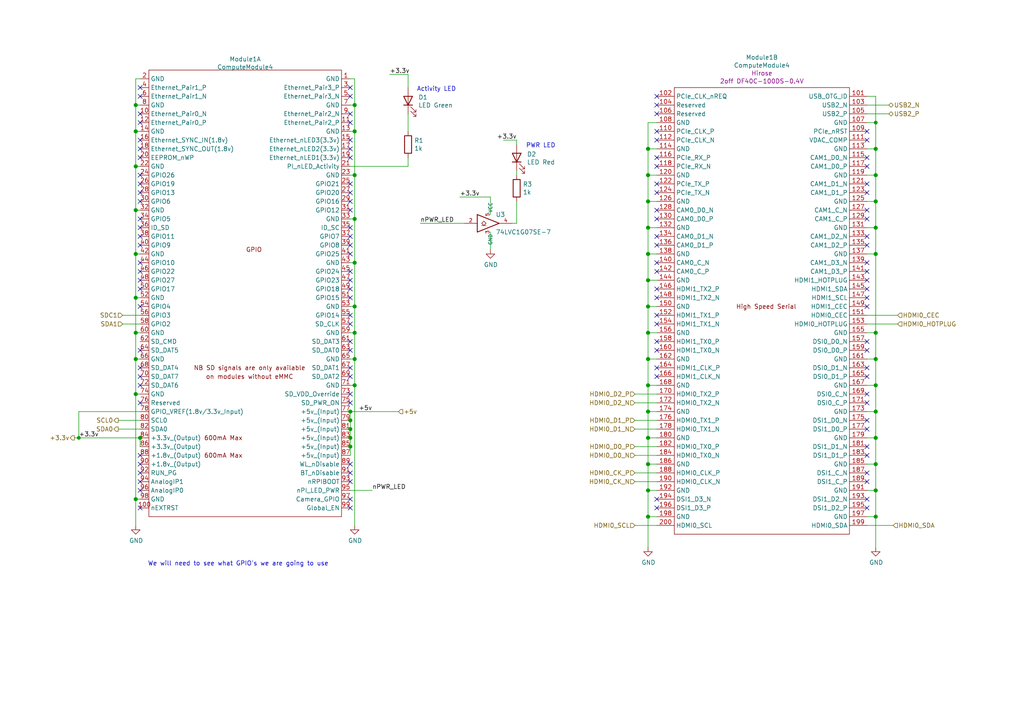
<source format=kicad_sch>
(kicad_sch (version 20231120) (generator "eeschema") (generator_version "8.0")
  (paper "A4")
  (title_block (title "The Brains of the operation") (date "2024-08-17") (rev "V1"))
  (lib_symbols
    (symbol "CM4IO:74LVC1G07_copy"
      (property "Reference" "U" (at -2.54 3.81 0))
      (property "Value" "74LVC1G07_copy" (at 0 -3.81 0))
      (symbol "74LVC1G07_copy_0_1"
        (polyline (pts (xy -2.54 -0.635) (xy -1.27 -0.635)))
        (polyline (pts (xy -3.81 2.54) (xy -3.81 -2.54) (xy 2.54 0) (xy -3.81 2.54)) (stroke (width 0.254)))
        (polyline (pts (xy -1.905 0.635) (xy -2.54 0) (xy -1.905 -0.635) (xy -1.27 0) (xy -1.905 0.635)))
      )
      (symbol "74LVC1G07_copy_1_1"
        (pin input line (at -7.62 0 0) (length 3.81) (name "~") (number "2"))
        (pin power_in line (at 0 -2.54 270) (length 0) (name "GND") (number "3"))
        (pin open_collector line (at 6.35 0 180) (length 3.81) (name "~") (number "4"))
        (pin power_in line (at 0 2.54 90) (length 0) (name "VCC") (number "5"))
      )
    )
    (symbol "CM4IO:ComputeModule4-CM4"
      (property "Reference" "Module" (at 113.03 -68.58 0))
      (property "Value" "ComputeModule4-CM4" (at 140.97 2.54 0))
      (property "Field4" "Hirose" (at 0 0 0))
      (property "Field5" "2x DF40C-100DS-0.4V" (at 0 -2.54 0))
      (symbol "ComputeModule4-CM4_1_0"
        (text "GPIO" (at 0 6.35 0) (effects (font (size 1.27 1.27))))
      )
      (symbol "ComputeModule4-CM4_1_1"
        (rectangle (start -30.48 -71.12) (end 25.4 58.42))
        (text "600mA Max" (at -8.89 -53.34 0) (effects (font (size 1.27 1.27))))
        (text "600mA Max" (at -8.89 -48.26 0) (effects (font (size 1.27 1.27))))
        (text "NB SD signals are only available" (at -1.27 -27.94 0) (effects (font (size 1.27 1.27))))
        (text "on modules without eMMC" (at -1.27 -30.48 0) (effects (font (size 1.27 1.27))))
        (pin power_in line (at 27.94 55.88 180) (length 2.54) (name "GND") (number "1"))
        (pin passive line (at -33.02 45.72 0) (length 2.54) (name "Ethernet_Pair0_N") (number "10"))
        (pin output line (at -33.02 -68.58 0) (length 2.54) (name "nEXTRST") (number "100"))
        (pin passive line (at 27.94 43.18 180) (length 2.54) (name "Ethernet_Pair2_P") (number "11"))
        (pin passive line (at -33.02 43.18 0) (length 2.54) (name "Ethernet_Pair0_P") (number "12"))
        (pin power_in line (at 27.94 40.64 180) (length 2.54) (name "GND") (number "13"))
        (pin power_in line (at -33.02 40.64 0) (length 2.54) (name "GND") (number "14"))
        (pin output line (at 27.94 38.1 180) (length 2.54) (name "Ethernet_nLED3(3.3v)") (number "15"))
        (pin input line (at -33.02 38.1 0) (length 2.54) (name "Ethernet_SYNC_IN(1.8v)") (number "16"))
        (pin output line (at 27.94 35.56 180) (length 2.54) (name "Ethernet_nLED2(3.3v)") (number "17"))
        (pin input line (at -33.02 35.56 0) (length 2.54) (name "Ethernet_SYNC_OUT(1.8v)") (number "18"))
        (pin output line (at 27.94 33.02 180) (length 2.54) (name "Ethernet_nLED1(3.3v)") (number "19"))
        (pin power_in line (at -33.02 55.88 0) (length 2.54) (name "GND") (number "2"))
        (pin passive line (at -33.02 33.02 0) (length 2.54) (name "EEPROM_nWP") (number "20"))
        (pin open_collector line (at 27.94 30.48 180) (length 2.54) (name "PI_nLED_Activity") (number "21"))
        (pin power_in line (at -33.02 30.48 0) (length 2.54) (name "GND") (number "22"))
        (pin power_in line (at 27.94 27.94 180) (length 2.54) (name "GND") (number "23"))
        (pin passive line (at -33.02 27.94 0) (length 2.54) (name "GPIO26") (number "24"))
        (pin passive line (at 27.94 25.4 180) (length 2.54) (name "GPIO21") (number "25"))
        (pin passive line (at -33.02 25.4 0) (length 2.54) (name "GPIO19") (number "26"))
        (pin passive line (at 27.94 22.86 180) (length 2.54) (name "GPIO20") (number "27"))
        (pin passive line (at -33.02 22.86 0) (length 2.54) (name "GPIO13") (number "28"))
        (pin passive line (at 27.94 20.32 180) (length 2.54) (name "GPIO16") (number "29"))
        (pin passive line (at 27.94 53.34 180) (length 2.54) (name "Ethernet_Pair3_P") (number "3"))
        (pin passive line (at -33.02 20.32 0) (length 2.54) (name "GPIO6") (number "30"))
        (pin passive line (at 27.94 17.78 180) (length 2.54) (name "GPIO12") (number "31"))
        (pin power_in line (at -33.02 17.78 0) (length 2.54) (name "GND") (number "32"))
        (pin power_in line (at 27.94 15.24 180) (length 2.54) (name "GND") (number "33"))
        (pin passive line (at -33.02 15.24 0) (length 2.54) (name "GPIO5") (number "34"))
        (pin passive line (at 27.94 12.7 180) (length 2.54) (name "ID_SC") (number "35"))
        (pin passive line (at -33.02 12.7 0) (length 2.54) (name "ID_SD") (number "36"))
        (pin passive line (at 27.94 10.16 180) (length 2.54) (name "GPIO7") (number "37"))
        (pin passive line (at -33.02 10.16 0) (length 2.54) (name "GPIO11") (number "38"))
        (pin passive line (at 27.94 7.62 180) (length 2.54) (name "GPIO8") (number "39"))
        (pin passive line (at -33.02 53.34 0) (length 2.54) (name "Ethernet_Pair1_P") (number "4"))
        (pin passive line (at -33.02 7.62 0) (length 2.54) (name "GPIO9") (number "40"))
        (pin passive line (at 27.94 5.08 180) (length 2.54) (name "GPIO25") (number "41"))
        (pin power_in line (at -33.02 5.08 0) (length 2.54) (name "GND") (number "42"))
        (pin power_in line (at 27.94 2.54 180) (length 2.54) (name "GND") (number "43"))
        (pin passive line (at -33.02 2.54 0) (length 2.54) (name "GPIO10") (number "44"))
        (pin passive line (at 27.94 0 180) (length 2.54) (name "GPIO24") (number "45"))
        (pin passive line (at -33.02 0 0) (length 2.54) (name "GPIO22") (number "46"))
        (pin passive line (at 27.94 -2.54 180) (length 2.54) (name "GPIO23") (number "47"))
        (pin passive line (at -33.02 -2.54 0) (length 2.54) (name "GPIO27") (number "48"))
        (pin passive line (at 27.94 -5.08 180) (length 2.54) (name "GPIO18") (number "49"))
        (pin passive line (at 27.94 50.8 180) (length 2.54) (name "Ethernet_Pair3_N") (number "5"))
        (pin passive line (at -33.02 -5.08 0) (length 2.54) (name "GPIO17") (number "50"))
        (pin passive line (at 27.94 -7.62 180) (length 2.54) (name "GPIO15") (number "51"))
        (pin power_in line (at -33.02 -7.62 0) (length 2.54) (name "GND") (number "52"))
        (pin power_in line (at 27.94 -10.16 180) (length 2.54) (name "GND") (number "53"))
        (pin passive line (at -33.02 -10.16 0) (length 2.54) (name "GPIO4") (number "54"))
        (pin passive line (at 27.94 -12.7 180) (length 2.54) (name "GPIO14") (number "55"))
        (pin passive line (at -33.02 -12.7 0) (length 2.54) (name "GPIO3") (number "56"))
        (pin passive line (at 27.94 -15.24 180) (length 2.54) (name "SD_CLK") (number "57"))
        (pin passive line (at -33.02 -15.24 0) (length 2.54) (name "GPIO2") (number "58"))
        (pin power_in line (at 27.94 -17.78 180) (length 2.54) (name "GND") (number "59"))
        (pin passive line (at -33.02 50.8 0) (length 2.54) (name "Ethernet_Pair1_N") (number "6"))
        (pin power_in line (at -33.02 -17.78 0) (length 2.54) (name "GND") (number "60"))
        (pin passive line (at 27.94 -20.32 180) (length 2.54) (name "SD_DAT3") (number "61"))
        (pin passive line (at -33.02 -20.32 0) (length 2.54) (name "SD_CMD") (number "62"))
        (pin passive line (at 27.94 -22.86 180) (length 2.54) (name "SD_DAT0") (number "63"))
        (pin passive line (at -33.02 -22.86 0) (length 2.54) (name "SD_DAT5") (number "64"))
        (pin power_in line (at 27.94 -25.4 180) (length 2.54) (name "GND") (number "65"))
        (pin power_in line (at -33.02 -25.4 0) (length 2.54) (name "GND") (number "66"))
        (pin passive line (at 27.94 -27.94 180) (length 2.54) (name "SD_DAT1") (number "67"))
        (pin passive line (at -33.02 -27.94 0) (length 2.54) (name "SD_DAT4") (number "68"))
        (pin passive line (at 27.94 -30.48 180) (length 2.54) (name "SD_DAT2") (number "69"))
        (pin power_in line (at 27.94 48.26 180) (length 2.54) (name "GND") (number "7"))
        (pin passive line (at -33.02 -30.48 0) (length 2.54) (name "SD_DAT7") (number "70"))
        (pin power_in line (at 27.94 -33.02 180) (length 2.54) (name "GND") (number "71"))
        (pin passive line (at -33.02 -33.02 0) (length 2.54) (name "SD_DAT6") (number "72"))
        (pin input line (at 27.94 -35.56 180) (length 2.54) (name "SD_VDD_Override") (number "73"))
        (pin power_in line (at -33.02 -35.56 0) (length 2.54) (name "GND") (number "74"))
        (pin output line (at 27.94 -38.1 180) (length 2.54) (name "SD_PWR_ON") (number "75"))
        (pin passive line (at -33.02 -38.1 0) (length 2.54) (name "Reserved") (number "76"))
        (pin power_in line (at 27.94 -40.64 180) (length 2.54) (name "+5v_(Input)") (number "77"))
        (pin power_in line (at -33.02 -40.64 0) (length 2.54) (name "GPIO_VREF(1.8v/3.3v_Input)") (number "78"))
        (pin power_in line (at 27.94 -43.18 180) (length 2.54) (name "+5v_(Input)") (number "79"))
        (pin power_in line (at -33.02 48.26 0) (length 2.54) (name "GND") (number "8"))
        (pin passive line (at -33.02 -43.18 0) (length 2.54) (name "SCL0") (number "80"))
        (pin power_in line (at 27.94 -45.72 180) (length 2.54) (name "+5v_(Input)") (number "81"))
        (pin passive line (at -33.02 -45.72 0) (length 2.54) (name "SDA0") (number "82"))
        (pin power_in line (at 27.94 -48.26 180) (length 2.54) (name "+5v_(Input)") (number "83"))
        (pin power_out line (at -33.02 -48.26 0) (length 2.54) (name "+3.3v_(Output)") (number "84"))
        (pin power_in line (at 27.94 -50.8 180) (length 2.54) (name "+5v_(Input)") (number "85"))
        (pin power_out line (at -33.02 -50.8 0) (length 2.54) (name "+3.3v_(Output)") (number "86"))
        (pin power_in line (at 27.94 -53.34 180) (length 2.54) (name "+5v_(Input)") (number "87"))
        (pin power_out line (at -33.02 -53.34 0) (length 2.54) (name "+1.8v_(Output)") (number "88"))
        (pin input line (at 27.94 -55.88 180) (length 2.54) (name "WL_nDisable") (number "89"))
        (pin passive line (at 27.94 45.72 180) (length 2.54) (name "Ethernet_Pair2_N") (number "9"))
        (pin power_out line (at -33.02 -55.88 0) (length 2.54) (name "+1.8v_(Output)") (number "90"))
        (pin input line (at 27.94 -58.42 180) (length 2.54) (name "BT_nDisable") (number "91"))
        (pin passive line (at -33.02 -58.42 0) (length 2.54) (name "RUN_PG") (number "92"))
        (pin input line (at 27.94 -60.96 180) (length 2.54) (name "nRPIBOOT") (number "93"))
        (pin passive line (at -33.02 -60.96 0) (length 2.54) (name "AnalogIP1") (number "94"))
        (pin output line (at 27.94 -63.5 180) (length 2.54) (name "nPI_LED_PWR") (number "95"))
        (pin passive line (at -33.02 -63.5 0) (length 2.54) (name "AnalogIP0") (number "96"))
        (pin passive line (at 27.94 -66.04 180) (length 2.54) (name "Camera_GPIO") (number "97"))
        (pin power_in line (at -33.02 -66.04 0) (length 2.54) (name "GND") (number "98"))
        (pin input line (at 27.94 -68.58 180) (length 2.54) (name "Global_EN") (number "99"))
      )
      (symbol "ComputeModule4-CM4_2_1"
        (rectangle (start 114.3 -66.04) (end 165.1 63.5))
        (text "High Speed Serial" (at 140.97 0 0) (effects (font (size 1.27 1.27))))
        (pin input line (at 170.18 60.96 180) (length 5.08) (name "USB_OTG_ID") (number "101"))
        (pin input line (at 109.22 60.96 0) (length 5.08) (name "PCIe_CLK_nREQ") (number "102"))
        (pin passive line (at 170.18 58.42 180) (length 5.08) (name "USB2_N") (number "103"))
        (pin passive line (at 109.22 58.42 0) (length 5.08) (name "Reserved") (number "104"))
        (pin passive line (at 170.18 55.88 180) (length 5.08) (name "USB2_P") (number "105"))
        (pin passive line (at 109.22 55.88 0) (length 5.08) (name "Reserved") (number "106"))
        (pin power_in line (at 170.18 53.34 180) (length 5.08) (name "GND") (number "107"))
        (pin power_in line (at 109.22 53.34 0) (length 5.08) (name "GND") (number "108"))
        (pin bidirectional line (at 170.18 50.8 180) (length 5.08) (name "PCIe_nRST") (number "109"))
        (pin output line (at 109.22 50.8 0) (length 5.08) (name "PCIe_CLK_P") (number "110"))
        (pin passive line (at 170.18 48.26 180) (length 5.08) (name "VDAC_COMP") (number "111"))
        (pin output line (at 109.22 48.26 0) (length 5.08) (name "PCIe_CLK_N") (number "112"))
        (pin power_in line (at 170.18 45.72 180) (length 5.08) (name "GND") (number "113"))
        (pin power_in line (at 109.22 45.72 0) (length 5.08) (name "GND") (number "114"))
        (pin input line (at 170.18 43.18 180) (length 5.08) (name "CAM1_D0_N") (number "115"))
        (pin input line (at 109.22 43.18 0) (length 5.08) (name "PCIe_RX_P") (number "116"))
        (pin input line (at 170.18 40.64 180) (length 5.08) (name "CAM1_D0_P") (number "117"))
        (pin input line (at 109.22 40.64 0) (length 5.08) (name "PCIe_RX_N") (number "118"))
        (pin power_in line (at 170.18 38.1 180) (length 5.08) (name "GND") (number "119"))
        (pin power_in line (at 109.22 38.1 0) (length 5.08) (name "GND") (number "120"))
        (pin input line (at 170.18 35.56 180) (length 5.08) (name "CAM1_D1_N") (number "121"))
        (pin output line (at 109.22 35.56 0) (length 5.08) (name "PCIe_TX_P") (number "122"))
        (pin input line (at 170.18 33.02 180) (length 5.08) (name "CAM1_D1_P") (number "123"))
        (pin output line (at 109.22 33.02 0) (length 5.08) (name "PCIe_TX_N") (number "124"))
        (pin power_in line (at 170.18 30.48 180) (length 5.08) (name "GND") (number "125"))
        (pin power_in line (at 109.22 30.48 0) (length 5.08) (name "GND") (number "126"))
        (pin input line (at 170.18 27.94 180) (length 5.08) (name "CAM1_C_N") (number "127"))
        (pin input line (at 109.22 27.94 0) (length 5.08) (name "CAM0_D0_N") (number "128"))
        (pin input line (at 170.18 25.4 180) (length 5.08) (name "CAM1_C_P") (number "129"))
        (pin input line (at 109.22 25.4 0) (length 5.08) (name "CAM0_D0_P") (number "130"))
        (pin power_in line (at 170.18 22.86 180) (length 5.08) (name "GND") (number "131"))
        (pin power_in line (at 109.22 22.86 0) (length 5.08) (name "GND") (number "132"))
        (pin input line (at 170.18 20.32 180) (length 5.08) (name "CAM1_D2_N") (number "133"))
        (pin input line (at 109.22 20.32 0) (length 5.08) (name "CAM0_D1_N") (number "134"))
        (pin input line (at 170.18 17.78 180) (length 5.08) (name "CAM1_D2_P") (number "135"))
        (pin input line (at 109.22 17.78 0) (length 5.08) (name "CAM0_D1_P") (number "136"))
        (pin power_in line (at 170.18 15.24 180) (length 5.08) (name "GND") (number "137"))
        (pin power_in line (at 109.22 15.24 0) (length 5.08) (name "GND") (number "138"))
        (pin input line (at 170.18 12.7 180) (length 5.08) (name "CAM1_D3_N") (number "139"))
        (pin input line (at 109.22 12.7 0) (length 5.08) (name "CAM0_C_N") (number "140"))
        (pin input line (at 170.18 10.16 180) (length 5.08) (name "CAM1_D3_P") (number "141"))
        (pin input line (at 109.22 10.16 0) (length 5.08) (name "CAM0_C_P") (number "142"))
        (pin input line (at 170.18 7.62 180) (length 5.08) (name "HDMI1_HOTPLUG") (number "143"))
        (pin power_in line (at 109.22 7.62 0) (length 5.08) (name "GND") (number "144"))
        (pin bidirectional line (at 170.18 5.08 180) (length 5.08) (name "HDMI1_SDA") (number "145"))
        (pin output line (at 109.22 5.08 0) (length 5.08) (name "HDMI1_TX2_P") (number "146"))
        (pin open_collector line (at 170.18 2.54 180) (length 5.08) (name "HDMI1_SCL") (number "147"))
        (pin output line (at 109.22 2.54 0) (length 5.08) (name "HDMI1_TX2_N") (number "148"))
        (pin open_collector line (at 170.18 0 180) (length 5.08) (name "HDMI1_CEC") (number "149"))
        (pin power_in line (at 109.22 0 0) (length 5.08) (name "GND") (number "150"))
        (pin open_collector line (at 170.18 -2.54 180) (length 5.08) (name "HDMI0_CEC") (number "151"))
        (pin output line (at 109.22 -2.54 0) (length 5.08) (name "HDMI1_TX1_P") (number "152"))
        (pin input line (at 170.18 -5.08 180) (length 5.08) (name "HDMI0_HOTPLUG") (number "153"))
        (pin output line (at 109.22 -5.08 0) (length 5.08) (name "HDMI1_TX1_N") (number "154"))
        (pin power_in line (at 170.18 -7.62 180) (length 5.08) (name "GND") (number "155"))
        (pin power_in line (at 109.22 -7.62 0) (length 5.08) (name "GND") (number "156"))
        (pin output line (at 170.18 -10.16 180) (length 5.08) (name "DSI0_D0_N") (number "157"))
        (pin output line (at 109.22 -10.16 0) (length 5.08) (name "HDMI1_TX0_P") (number "158"))
        (pin output line (at 170.18 -12.7 180) (length 5.08) (name "DSI0_D0_P") (number "159"))
        (pin output line (at 109.22 -12.7 0) (length 5.08) (name "HDMI1_TX0_N") (number "160"))
        (pin power_in line (at 170.18 -15.24 180) (length 5.08) (name "GND") (number "161"))
        (pin power_in line (at 109.22 -15.24 0) (length 5.08) (name "GND") (number "162"))
        (pin output line (at 170.18 -17.78 180) (length 5.08) (name "DSI0_D1_N") (number "163"))
        (pin output line (at 109.22 -17.78 0) (length 5.08) (name "HDMI1_CLK_P") (number "164"))
        (pin output line (at 170.18 -20.32 180) (length 5.08) (name "DSI0_D1_P") (number "165"))
        (pin output line (at 109.22 -20.32 0) (length 5.08) (name "HDMI1_CLK_N") (number "166"))
        (pin power_in line (at 170.18 -22.86 180) (length 5.08) (name "GND") (number "167"))
        (pin power_in line (at 109.22 -22.86 0) (length 5.08) (name "GND") (number "168"))
        (pin output line (at 170.18 -25.4 180) (length 5.08) (name "DSI0_C_N") (number "169"))
        (pin output line (at 109.22 -25.4 0) (length 5.08) (name "HDMI0_TX2_P") (number "170"))
        (pin output line (at 170.18 -27.94 180) (length 5.08) (name "DSI0_C_P") (number "171"))
        (pin output line (at 109.22 -27.94 0) (length 5.08) (name "HDMI0_TX2_N") (number "172"))
        (pin power_in line (at 170.18 -30.48 180) (length 5.08) (name "GND") (number "173"))
        (pin power_in line (at 109.22 -30.48 0) (length 5.08) (name "GND") (number "174"))
        (pin output line (at 170.18 -33.02 180) (length 5.08) (name "DSI1_D0_N") (number "175"))
        (pin output line (at 109.22 -33.02 0) (length 5.08) (name "HDMI0_TX1_P") (number "176"))
        (pin output line (at 170.18 -35.56 180) (length 5.08) (name "DSI1_D0_P") (number "177"))
        (pin output line (at 109.22 -35.56 0) (length 5.08) (name "HDMI0_TX1_N") (number "178"))
        (pin power_in line (at 170.18 -38.1 180) (length 5.08) (name "GND") (number "179"))
        (pin power_in line (at 109.22 -38.1 0) (length 5.08) (name "GND") (number "180"))
        (pin output line (at 170.18 -40.64 180) (length 5.08) (name "DSI1_D1_N") (number "181"))
        (pin output line (at 109.22 -40.64 0) (length 5.08) (name "HDMI0_TX0_P") (number "182"))
        (pin output line (at 170.18 -43.18 180) (length 5.08) (name "DSI1_D1_P") (number "183"))
        (pin output line (at 109.22 -43.18 0) (length 5.08) (name "HDMI0_TX0_N") (number "184"))
        (pin power_in line (at 170.18 -45.72 180) (length 5.08) (name "GND") (number "185"))
        (pin power_in line (at 109.22 -45.72 0) (length 5.08) (name "GND") (number "186"))
        (pin output line (at 170.18 -48.26 180) (length 5.08) (name "DSI1_C_N") (number "187"))
        (pin output line (at 109.22 -48.26 0) (length 5.08) (name "HDMI0_CLK_P") (number "188"))
        (pin output line (at 170.18 -50.8 180) (length 5.08) (name "DSI1_C_P") (number "189"))
        (pin output line (at 109.22 -50.8 0) (length 5.08) (name "HDMI0_CLK_N") (number "190"))
        (pin power_in line (at 170.18 -53.34 180) (length 5.08) (name "GND") (number "191"))
        (pin power_in line (at 109.22 -53.34 0) (length 5.08) (name "GND") (number "192"))
        (pin output line (at 170.18 -55.88 180) (length 5.08) (name "DSI1_D2_N") (number "193"))
        (pin output line (at 109.22 -55.88 0) (length 5.08) (name "DSI1_D3_N") (number "194"))
        (pin output line (at 170.18 -58.42 180) (length 5.08) (name "DSI1_D2_P") (number "195"))
        (pin output line (at 109.22 -58.42 0) (length 5.08) (name "DSI1_D3_P") (number "196"))
        (pin power_in line (at 170.18 -60.96 180) (length 5.08) (name "GND") (number "197"))
        (pin power_in line (at 109.22 -60.96 0) (length 5.08) (name "GND") (number "198"))
        (pin bidirectional line (at 170.18 -63.5 180) (length 5.08) (name "HDMI0_SDA") (number "199"))
        (pin open_collector line (at 109.22 -63.5 0) (length 5.08) (name "HDMI0_SCL") (number "200"))
      )
    )
    (symbol "Device:LED" (pin_numbers hide) (pin_names hide)
      (property "Reference" "D" (at 0 2.54 0))
      (property "Value" "LED" (at 0 -2.54 0))
      (symbol "LED_0_1"
        (polyline (pts (xy -1.27 -1.27) (xy -1.27 1.27)) (stroke (width 0.254)))
        (polyline (pts (xy -1.27 0) (xy 1.27 0)))
        (polyline (pts (xy 1.27 -1.27) (xy 1.27 1.27) (xy -1.27 0) (xy 1.27 -1.27)) (stroke (width 0.254)))
        (polyline (pts (xy -3.048 -0.762) (xy -4.572 -2.286) (xy -3.81 -2.286) (xy -4.572 -2.286) (xy -4.572 -1.524)))
        (polyline (pts (xy -1.778 -0.762) (xy -3.302 -2.286) (xy -2.54 -2.286) (xy -3.302 -2.286) (xy -3.302 -1.524)))
      )
      (symbol "LED_1_1"
        (pin passive line (at -3.81 0 0) (length 2.54) (name "K") (number "1"))
        (pin passive line (at 3.81 0 180) (length 2.54) (name "A") (number "2"))
      )
    )
    (symbol "Device:R" (pin_numbers hide) (pin_names (offset 0))
      (property "Reference" "R" (at 2.032 0 90))
      (property "Value" "R" (at 0 0 90))
      (symbol "R_0_1"
        (rectangle (start -1.016 -2.54) (end 1.016 2.54) (stroke (width 0.254)))
      )
      (symbol "R_1_1"
        (pin passive line (at 0 3.81 270) (length 1.27) (name "~") (number "1"))
        (pin passive line (at 0 -3.81 90) (length 1.27) (name "~") (number "2"))
      )
    )
    (symbol "power:GND" (power) (pin_names (offset 0))
      (property "Value" "GND" (at 0 -3.81 0))
      (symbol "GND_0_1"
        (polyline (pts (xy 0 0) (xy 0 -1.27) (xy 1.27 -1.27) (xy 0 -2.54) (xy -1.27 -1.27) (xy 0 -1.27)))
      )
      (symbol "GND_1_1"
        (pin power_in line (at 0 0 270) (length 0) hide (name "GND") (number "1"))
      )
    )
  )
  (junction (at 187.96 43.18) (diameter 1.016))
  (junction (at 102.87 88.9) (diameter 1.016))
  (junction (at 187.96 149.86) (diameter 1.016))
  (junction (at 102.87 104.14) (diameter 1.016))
  (junction (at 254 104.14) (diameter 1.016))
  (junction (at 187.96 66.04) (diameter 1.016))
  (junction (at 254 73.66) (diameter 1.016))
  (junction (at 39.37 144.78) (diameter 1.016))
  (junction (at 102.87 111.76) (diameter 1.016))
  (junction (at 102.87 38.1) (diameter 1.016))
  (junction (at 254 66.04) (diameter 1.016))
  (junction (at 254 43.18) (diameter 1.016))
  (junction (at 102.87 50.8) (diameter 1.016))
  (junction (at 254 50.8) (diameter 1.016))
  (junction (at 39.37 86.36) (diameter 1.016))
  (junction (at 101.6 121.92) (diameter 1.016))
  (junction (at 187.96 127) (diameter 1.016))
  (junction (at 254 149.86) (diameter 1.016))
  (junction (at 102.87 76.2) (diameter 1.016))
  (junction (at 102.87 96.52) (diameter 1.016))
  (junction (at 187.96 104.14) (diameter 1.016))
  (junction (at 102.87 63.5) (diameter 1.016))
  (junction (at 254 127) (diameter 1.016))
  (junction (at 39.37 104.14) (diameter 1.016))
  (junction (at 187.96 119.38) (diameter 1.016))
  (junction (at 102.87 30.48) (diameter 1.016))
  (junction (at 187.96 142.24) (diameter 1.016))
  (junction (at 187.96 81.28) (diameter 1.016))
  (junction (at 187.96 88.9) (diameter 1.016))
  (junction (at 39.37 114.3) (diameter 1.016))
  (junction (at 254 35.56))
  (junction (at 187.96 134.62) (diameter 1.016))
  (junction (at 254 96.52) (diameter 1.016))
  (junction (at 39.37 73.66) (diameter 1.016))
  (junction (at 101.6 124.46) (diameter 1.016))
  (junction (at 187.96 58.42) (diameter 1.016))
  (junction (at 101.6 119.38) (diameter 1.016))
  (junction (at 187.96 50.8) (diameter 1.016))
  (junction (at 187.96 73.66) (diameter 1.016))
  (junction (at 254 58.42) (diameter 1.016))
  (junction (at 22.86 127))
  (junction (at 39.37 48.26) (diameter 1.016))
  (junction (at 187.96 96.52) (diameter 1.016))
  (junction (at 39.37 96.52) (diameter 1.016))
  (junction (at 254 111.76) (diameter 1.016))
  (junction (at 187.96 111.76) (diameter 1.016))
  (junction (at 101.6 127) (diameter 1.016))
  (junction (at 40.64 127) (diameter 1.016))
  (junction (at 101.6 129.54) (diameter 1.016))
  (junction (at 254 134.62) (diameter 1.016))
  (junction (at 254 142.24) (diameter 1.016))
  (junction (at 254 119.38) (diameter 1.016))
  (junction (at 39.37 38.1) (diameter 1.016))
  (junction (at 39.37 30.48) (diameter 1.016))
  (junction (at 39.37 60.96) (diameter 1.016))
  (no_connect (at 101.6 55.88))
  (no_connect (at 251.46 129.54))
  (no_connect (at 251.46 86.36))
  (no_connect (at 40.64 83.82))
  (no_connect (at 251.46 83.82))
  (no_connect (at 101.6 134.62))
  (no_connect (at 251.46 55.88))
  (no_connect (at 190.5 99.06))
  (no_connect (at 251.46 78.74))
  (no_connect (at 251.46 63.5))
  (no_connect (at 40.64 142.24))
  (no_connect (at 101.6 45.72))
  (no_connect (at 190.5 60.96))
  (no_connect (at 101.6 43.18))
  (no_connect (at 101.6 91.44))
  (no_connect (at 40.64 109.22))
  (no_connect (at 251.46 71.12))
  (no_connect (at 251.46 38.1))
  (no_connect (at 101.6 40.64))
  (no_connect (at 40.64 40.64))
  (no_connect (at 101.6 109.22))
  (no_connect (at 101.6 78.74))
  (no_connect (at 251.46 68.58))
  (no_connect (at 40.64 88.9))
  (no_connect (at 101.6 114.3))
  (no_connect (at 101.6 86.36))
  (no_connect (at 101.6 144.78))
  (no_connect (at 251.46 101.6))
  (no_connect (at 190.5 48.26))
  (no_connect (at 101.6 99.06))
  (no_connect (at 190.5 27.94))
  (no_connect (at 40.64 68.58))
  (no_connect (at 101.6 60.96))
  (no_connect (at 251.46 99.06))
  (no_connect (at 251.46 116.84))
  (no_connect (at 190.5 38.1))
  (no_connect (at 40.64 50.8))
  (no_connect (at 40.64 25.4))
  (no_connect (at 40.64 116.84))
  (no_connect (at 190.5 109.22))
  (no_connect (at 40.64 139.7))
  (no_connect (at 251.46 139.7))
  (no_connect (at 251.46 147.32))
  (no_connect (at 251.46 121.92))
  (no_connect (at 190.5 71.12))
  (no_connect (at 40.64 132.08))
  (no_connect (at 190.5 33.02))
  (no_connect (at 190.5 40.64))
  (no_connect (at 101.6 71.12))
  (no_connect (at 40.64 101.6))
  (no_connect (at 190.5 53.34))
  (no_connect (at 40.64 66.04))
  (no_connect (at 40.64 43.18))
  (no_connect (at 101.6 101.6))
  (no_connect (at 101.6 106.68))
  (no_connect (at 40.64 58.42))
  (no_connect (at 40.64 71.12))
  (no_connect (at 101.6 27.94))
  (no_connect (at 190.5 93.98))
  (no_connect (at 101.6 73.66))
  (no_connect (at 190.5 45.72))
  (no_connect (at 101.6 147.32))
  (no_connect (at 190.5 91.44))
  (no_connect (at 40.64 111.76))
  (no_connect (at 40.64 78.74))
  (no_connect (at 40.64 134.62))
  (no_connect (at 101.6 58.42))
  (no_connect (at 101.6 83.82))
  (no_connect (at 251.46 137.16))
  (no_connect (at 101.6 33.02))
  (no_connect (at 40.64 45.72))
  (no_connect (at 101.6 81.28))
  (no_connect (at 190.5 144.78))
  (no_connect (at 40.64 147.32))
  (no_connect (at 251.46 132.08))
  (no_connect (at 40.64 35.56))
  (no_connect (at 101.6 116.84))
  (no_connect (at 251.46 76.2))
  (no_connect (at 101.6 68.58))
  (no_connect (at 190.5 101.6))
  (no_connect (at 251.46 45.72))
  (no_connect (at 40.64 137.16))
  (no_connect (at 40.64 106.68))
  (no_connect (at 190.5 86.36))
  (no_connect (at 190.5 68.58))
  (no_connect (at 40.64 55.88))
  (no_connect (at 101.6 139.7))
  (no_connect (at 40.64 53.34))
  (no_connect (at 101.6 66.04))
  (no_connect (at 101.6 25.4))
  (no_connect (at 40.64 33.02))
  (no_connect (at 101.6 53.34))
  (no_connect (at 190.5 78.74))
  (no_connect (at 251.46 114.3))
  (no_connect (at 190.5 55.88))
  (no_connect (at 190.5 106.68))
  (no_connect (at 251.46 124.46))
  (no_connect (at 251.46 48.26))
  (no_connect (at 251.46 81.28))
  (no_connect (at 190.5 30.48))
  (no_connect (at 190.5 147.32))
  (no_connect (at 251.46 106.68))
  (no_connect (at 190.5 63.5))
  (no_connect (at 251.46 144.78))
  (no_connect (at 40.64 63.5))
  (no_connect (at 40.64 81.28))
  (no_connect (at 40.64 76.2))
  (no_connect (at 251.46 40.64))
  (no_connect (at 101.6 137.16))
  (no_connect (at 251.46 53.34))
  (no_connect (at 101.6 35.56))
  (no_connect (at 251.46 109.22))
  (no_connect (at 251.46 88.9))
  (no_connect (at 190.5 83.82))
  (no_connect (at 251.46 60.96))
  (no_connect (at 190.5 76.2))
  (no_connect (at 101.6 93.98))
  (no_connect (at 40.64 27.94))
  (wire (pts (xy 101.6 142.24) (xy 107.95 142.24)))
  (wire (pts (xy 254 149.86) (xy 254 158.75)))
  (wire (pts (xy 187.96 81.28) (xy 187.96 88.9)))
  (wire (pts (xy 142.24 62.23) (xy 142.24 57.15)))
  (wire (pts (xy 254 35.56) (xy 251.46 35.56)))
  (wire (pts (xy 187.96 73.66) (xy 187.96 81.28)))
  (wire (pts (xy 187.96 50.8) (xy 190.5 50.8)))
  (wire (pts (xy 40.64 129.54) (xy 40.64 127)))
  (wire (pts (xy 35.56 91.44) (xy 40.64 91.44)))
  (wire (pts (xy 184.15 116.84) (xy 190.5 116.84)))
  (wire (pts (xy 102.87 38.1) (xy 102.87 50.8)))
  (wire (pts (xy 39.37 48.26) (xy 39.37 60.96)))
  (wire (pts (xy 187.96 96.52) (xy 190.5 96.52)))
  (wire (pts (xy 254 104.14) (xy 254 111.76)))
  (wire (pts (xy 251.46 127) (xy 254 127)))
  (wire (pts (xy 39.37 38.1) (xy 39.37 48.26)))
  (wire (pts (xy 251.46 142.24) (xy 254 142.24)))
  (wire (pts (xy 187.96 43.18) (xy 187.96 50.8)))
  (wire (pts (xy 39.37 73.66) (xy 39.37 86.36)))
  (wire (pts (xy 21.59 127) (xy 22.86 127)))
  (wire (pts (xy 102.87 76.2) (xy 102.87 88.9)))
  (wire (pts (xy 187.96 119.38) (xy 187.96 127)))
  (wire (pts (xy 133.35 57.15) (xy 142.24 57.15)))
  (wire (pts (xy 118.364 48.26) (xy 118.364 45.72)))
  (wire (pts (xy 149.86 58.42) (xy 149.86 64.77)))
  (wire (pts (xy 184.15 152.4) (xy 190.5 152.4)))
  (wire (pts (xy 254 119.38) (xy 254 127)))
  (wire (pts (xy 187.96 88.9) (xy 190.5 88.9)))
  (wire (pts (xy 251.46 30.48) (xy 257.81 30.48)))
  (wire (pts (xy 102.87 104.14) (xy 102.87 111.76)))
  (wire (pts (xy 187.96 134.62) (xy 187.96 142.24)))
  (wire (pts (xy 187.96 73.66) (xy 190.5 73.66)))
  (wire (pts (xy 39.37 144.78) (xy 39.37 152.4)))
  (wire (pts (xy 254 73.66) (xy 254 96.52)))
  (wire (pts (xy 101.6 111.76) (xy 102.87 111.76)))
  (wire (pts (xy 184.15 114.3) (xy 190.5 114.3)))
  (wire (pts (xy 34.29 121.92) (xy 40.64 121.92)))
  (wire (pts (xy 101.6 121.92) (xy 101.6 124.46)))
  (wire (pts (xy 101.6 63.5) (xy 102.87 63.5)))
  (wire (pts (xy 113.03 21.59) (xy 118.364 21.59)))
  (wire (pts (xy 187.96 66.04) (xy 190.5 66.04)))
  (wire (pts (xy 118.364 33.02) (xy 118.364 38.1)))
  (wire (pts (xy 184.15 139.7) (xy 190.5 139.7)))
  (wire (pts (xy 101.6 129.54) (xy 101.6 132.08)))
  (wire (pts (xy 40.64 22.86) (xy 39.37 22.86)))
  (wire (pts (xy 251.46 33.02) (xy 257.81 33.02)))
  (wire (pts (xy 187.96 58.42) (xy 190.5 58.42)))
  (wire (pts (xy 39.37 96.52) (xy 39.37 104.14)))
  (wire (pts (xy 254 127) (xy 254 134.62)))
  (wire (pts (xy 251.46 73.66) (xy 254 73.66)))
  (wire (pts (xy 39.37 73.66) (xy 40.64 73.66)))
  (wire (pts (xy 251.46 96.52) (xy 254 96.52)))
  (wire (pts (xy 39.37 96.52) (xy 40.64 96.52)))
  (wire (pts (xy 184.15 124.46) (xy 190.5 124.46)))
  (wire (pts (xy 101.6 88.9) (xy 102.87 88.9)))
  (wire (pts (xy 39.37 22.86) (xy 39.37 30.48)))
  (wire (pts (xy 254 50.8) (xy 254 43.18)))
  (wire (pts (xy 121.92 64.77) (xy 134.62 64.77)))
  (wire (pts (xy 251.46 104.14) (xy 254 104.14)))
  (wire (pts (xy 102.87 96.52) (xy 102.87 104.14)))
  (wire (pts (xy 187.96 111.76) (xy 187.96 119.38)))
  (wire (pts (xy 149.86 49.53) (xy 149.86 50.8)))
  (wire (pts (xy 254 142.24) (xy 254 149.86)))
  (wire (pts (xy 39.37 104.14) (xy 39.37 114.3)))
  (wire (pts (xy 190.5 35.56) (xy 187.96 35.56)))
  (wire (pts (xy 251.46 134.62) (xy 254 134.62)))
  (wire (pts (xy 251.46 93.98) (xy 260.35 93.98)))
  (wire (pts (xy 187.96 43.18) (xy 190.5 43.18)))
  (wire (pts (xy 184.15 132.08) (xy 190.5 132.08)))
  (wire (pts (xy 39.37 30.48) (xy 39.37 38.1)))
  (wire (pts (xy 101.6 48.26) (xy 118.364 48.26)))
  (wire (pts (xy 101.6 22.86) (xy 102.87 22.86)))
  (wire (pts (xy 101.6 96.52) (xy 102.87 96.52)))
  (wire (pts (xy 101.6 124.46) (xy 101.6 127)))
  (wire (pts (xy 101.6 30.48) (xy 102.87 30.48)))
  (wire (pts (xy 35.56 93.98) (xy 40.64 93.98)))
  (wire (pts (xy 22.86 119.38) (xy 22.86 127)))
  (wire (pts (xy 39.37 48.26) (xy 40.64 48.26)))
  (wire (pts (xy 187.96 104.14) (xy 187.96 111.76)))
  (wire (pts (xy 187.96 111.76) (xy 190.5 111.76)))
  (wire (pts (xy 101.6 76.2) (xy 102.87 76.2)))
  (wire (pts (xy 39.37 104.14) (xy 40.64 104.14)))
  (wire (pts (xy 254 111.76) (xy 254 119.38)))
  (wire (pts (xy 251.46 43.18) (xy 254 43.18)))
  (wire (pts (xy 251.46 27.94) (xy 254 27.94)))
  (wire (pts (xy 102.87 63.5) (xy 102.87 76.2)))
  (wire (pts (xy 142.24 67.31) (xy 142.24 72.39)))
  (wire (pts (xy 39.37 60.96) (xy 40.64 60.96)))
  (wire (pts (xy 22.86 119.38) (xy 40.64 119.38)))
  (wire (pts (xy 34.29 124.46) (xy 40.64 124.46)))
  (wire (pts (xy 187.96 66.04) (xy 187.96 73.66)))
  (wire (pts (xy 251.46 91.44) (xy 260.35 91.44)))
  (wire (pts (xy 187.96 119.38) (xy 190.5 119.38)))
  (wire (pts (xy 254 27.94) (xy 254 35.56)))
  (wire (pts (xy 251.46 50.8) (xy 254 50.8)))
  (wire (pts (xy 254 134.62) (xy 254 142.24)))
  (wire (pts (xy 187.96 127) (xy 190.5 127)))
  (wire (pts (xy 149.86 40.64) (xy 146.05 40.64)))
  (wire (pts (xy 101.6 104.14) (xy 102.87 104.14)))
  (wire (pts (xy 102.87 22.86) (xy 102.87 30.48)))
  (wire (pts (xy 40.64 144.78) (xy 39.37 144.78)))
  (wire (pts (xy 187.96 35.56) (xy 187.96 43.18)))
  (wire (pts (xy 254 96.52) (xy 254 104.14)))
  (wire (pts (xy 149.86 64.77) (xy 148.59 64.77)))
  (wire (pts (xy 101.6 127) (xy 101.6 129.54)))
  (wire (pts (xy 101.6 119.38) (xy 115.57 119.38)))
  (wire (pts (xy 101.6 38.1) (xy 102.87 38.1)))
  (wire (pts (xy 251.46 149.86) (xy 254 149.86)))
  (wire (pts (xy 187.96 96.52) (xy 187.96 104.14)))
  (wire (pts (xy 254 58.42) (xy 254 50.8)))
  (wire (pts (xy 118.364 25.4) (xy 118.364 21.59)))
  (wire (pts (xy 39.37 86.36) (xy 40.64 86.36)))
  (wire (pts (xy 184.15 129.54) (xy 190.5 129.54)))
  (wire (pts (xy 251.46 111.76) (xy 254 111.76)))
  (wire (pts (xy 39.37 114.3) (xy 39.37 144.78)))
  (wire (pts (xy 190.5 142.24) (xy 187.96 142.24)))
  (wire (pts (xy 187.96 142.24) (xy 187.96 149.86)))
  (wire (pts (xy 102.87 50.8) (xy 102.87 63.5)))
  (wire (pts (xy 22.86 127) (xy 40.64 127)))
  (wire (pts (xy 187.96 50.8) (xy 187.96 58.42)))
  (wire (pts (xy 187.96 134.62) (xy 190.5 134.62)))
  (wire (pts (xy 184.15 121.92) (xy 190.5 121.92)))
  (wire (pts (xy 39.37 60.96) (xy 39.37 73.66)))
  (wire (pts (xy 102.87 88.9) (xy 102.87 96.52)))
  (wire (pts (xy 184.15 137.16) (xy 190.5 137.16)))
  (wire (pts (xy 251.46 119.38) (xy 254 119.38)))
  (wire (pts (xy 40.64 38.1) (xy 39.37 38.1)))
  (wire (pts (xy 190.5 149.86) (xy 187.96 149.86)))
  (wire (pts (xy 149.86 41.91) (xy 149.86 40.64)))
  (wire (pts (xy 40.64 30.48) (xy 39.37 30.48)))
  (wire (pts (xy 102.87 30.48) (xy 102.87 38.1)))
  (wire (pts (xy 251.46 58.42) (xy 254 58.42)))
  (wire (pts (xy 251.46 152.4) (xy 259.08 152.4)))
  (wire (pts (xy 254 43.18) (xy 254 35.56)))
  (wire (pts (xy 187.96 88.9) (xy 187.96 96.52)))
  (wire (pts (xy 187.96 149.86) (xy 187.96 158.75)))
  (wire (pts (xy 39.37 114.3) (xy 40.64 114.3)))
  (wire (pts (xy 254 66.04) (xy 254 58.42)))
  (wire (pts (xy 101.6 119.38) (xy 101.6 121.92)))
  (wire (pts (xy 251.46 66.04) (xy 254 66.04)))
  (wire (pts (xy 254 73.66) (xy 254 66.04)))
  (wire (pts (xy 102.87 111.76) (xy 102.87 152.4)))
  (wire (pts (xy 187.96 104.14) (xy 190.5 104.14)))
  (wire (pts (xy 187.96 127) (xy 187.96 134.62)))
  (wire (pts (xy 187.96 58.42) (xy 187.96 66.04)))
  (wire (pts (xy 187.96 81.28) (xy 190.5 81.28)))
  (wire (pts (xy 101.6 50.8) (xy 102.87 50.8)))
  (wire (pts (xy 39.37 86.36) (xy 39.37 96.52)))
  (text "PWR LED" (at 152.527 43.053 0) (effects (font (size 1.27 1.27)) (justify left bottom)))
  (text "We will need to see what GPIO's we are going to use" (at 69.088 163.576 0) (effects (font (size 1.27 1.27))))
  (text "Activity LED" (at 120.904 26.67 0) (effects (font (size 1.27 1.27)) (justify left bottom)))
  (label "nPWR_LED" (at 121.92 64.77 0))
  (label "+3.3v" (at 133.35 57.15 0))
  (label "+3.3v" (at 149.86 40.64 180))
  (label "+3.3v" (at 22.86 127 0))
  (label "+5v" (at 107.95 119.38 180))
  (label "+3.3v" (at 113.03 21.59 0))
  (label "nPWR_LED" (at 107.95 142.24 0))
  (hierarchical_label "HDMI0_CK_P" (shape input) (at 184.15 137.16 180))
  (hierarchical_label "HDMI0_SDA" (shape input) (at 259.08 152.4 0))
  (hierarchical_label "HDMI0_D2_P" (shape input) (at 184.15 114.3 180))
  (hierarchical_label "HDMI0_CK_N" (shape input) (at 184.15 139.7 180))
  (hierarchical_label "HDMI0_HOTPLUG" (shape input) (at 260.35 93.98 0))
  (hierarchical_label "SCL0" (shape output) (at 34.29 121.92 180))
  (hierarchical_label "HDMI0_SCL" (shape input) (at 184.15 152.4 180))
  (hierarchical_label "HDMI0_CEC" (shape input) (at 260.35 91.44 0))
  (hierarchical_label "+3.3v" (shape output) (at 21.59 127 180))
  (hierarchical_label "HDMI0_D0_N" (shape input) (at 184.15 132.08 180))
  (hierarchical_label "HDMI0_D2_N" (shape input) (at 184.15 116.84 180))
  (hierarchical_label "+5v" (shape input) (at 115.57 119.38 0))
  (hierarchical_label "SDA1" (shape input) (at 35.56 93.98 180))
  (hierarchical_label "USB2_N" (shape bidirectional) (at 257.81 30.48 0))
  (hierarchical_label "USB2_P" (shape bidirectional) (at 257.81 33.02 0))
  (hierarchical_label "HDMI0_D1_N" (shape input) (at 184.15 124.46 180))
  (hierarchical_label "HDMI0_D0_P" (shape input) (at 184.15 129.54 180))
  (hierarchical_label "SDC1" (shape input) (at 35.56 91.44 180))
  (hierarchical_label "HDMI0_D1_P" (shape input) (at 184.15 121.92 180))
  (hierarchical_label "SDA0" (shape output) (at 34.29 124.46 180))
  (symbol (lib_id "CM4IO:ComputeModule4-CM4") (at 81.28 88.9 0) (unit 2)
    (property "Reference" "Module1" (at 220.98 16.637 0))
    (property "Value" "ComputeModule4" (at 220.98 18.9484 0))
    (property "Footprint" "CM4IO:Raspberry-Pi-4-Compute-Module" (effects (hide yes)))
    (property "Field4" "Hirose" (at 220.98 21.2344 0))
    (property "Field5" "2off DF40C-100DS-0.4V" (at 220.98 23.5458 0))
    (property "Field6" "2off DF40C-100DS-0.4V" (effects (hide yes)))
    (property "Field7" "Hirose" (effects (hide yes)))
    (property "Part Description" "	100 Position Connector Receptacle, Center Strip Contacts Surface Mount Gold" (effects (hide yes)))
  )
  (symbol (lib_id "Device:LED") (at 149.86 45.72 90) (unit 1)
    (property "Reference" "D2" (at 152.8318 44.7294 90) (effects (justify right)))
    (property "Value" "LED Red" (at 152.8318 47.0408 90) (effects (justify right)))
    (property "Footprint" "LED_SMD:LED_0603_1608Metric" (effects (hide yes)))
    (property "Datasheet" "http://optoelectronics.liteon.com/upload/download/DS22-2000-210/LTST-S270KRKT.pdf" (effects (hide yes)))
    (property "Field4" "Digikey " (effects (hide yes)))
    (property "Field5" "	LTST-S270KRKT" (effects (hide yes)))
    (property "Field6" "SML-A12U8TT86Q" (effects (hide yes)))
    (property "Field7" "Rohm" (effects (hide yes)))
    (property "Field8" "650295101" (effects (hide yes)))
    (property "Part Description" "	Red 620nm LED Indication - Discrete 2.2V 2-SMD, No Lead" (effects (hide yes)))
  )
  (symbol (lib_id "power:GND") (at 254 158.75 0) (unit 1)
    (property "Reference" "#PWR04" (effects (hide yes)))
    (property "Value" "GND" (at 254.127 163.1442 0))
  )
  (symbol (lib_id "power:GND") (at 39.37 152.4 0) (unit 1)
    (property "Reference" "#PWR01" (effects (hide yes)))
    (property "Value" "GND" (at 39.497 156.7942 0))
  )
  (symbol (lib_id "power:GND") (at 187.96 158.75 0) (unit 1)
    (property "Reference" "#PWR03" (effects (hide yes)))
    (property "Value" "GND" (at 188.087 163.1442 0))
  )
  (symbol (lib_id "Device:LED") (at 118.364 29.21 90) (unit 1)
    (property "Reference" "D1" (at 121.3358 28.2194 90) (effects (justify right)))
    (property "Value" "LED Green" (at 121.3358 30.5308 90) (effects (justify right)))
    (property "Footprint" "LED_SMD:LED_0603_1608Metric" (effects (hide yes)))
    (property "Datasheet" "http://optoelectronics.liteon.com/upload/download/DS22-2000-226/LTST-S270KGKT.pdf" (effects (hide yes)))
    (property "Field4" "Digikey " (effects (hide yes)))
    (property "Field5" "LTST-S270KGKT" (effects (hide yes)))
    (property "Field6" "SML-A12M8TT86N" (effects (hide yes)))
    (property "Field7" "Rohm" (effects (hide yes)))
    (property "Field8" "650263301" (effects (hide yes)))
    (property "Part Description" "	Green 572nm LED Indication - Discrete 2.2V 2-SMD, No Lead" (effects (hide yes)))
  )
  (symbol (lib_id "Device:R") (at 118.364 41.91 0) (unit 1)
    (property "Reference" "R1" (at 120.142 40.7416 0) (effects (justify left)))
    (property "Value" "1k" (at 120.142 43.053 0) (effects (justify left)))
    (property "Footprint" "Resistor_SMD:R_0402_1005Metric" (effects (hide yes)))
    (property "Datasheet" "https://fscdn.rohm.com/en/products/databook/datasheet/passive/resistor/chip_resistor/mcr-e.pdf" (effects (hide yes)))
    (property "Field4" "Farnell" (effects (hide yes)))
    (property "Field5" "9239235" (effects (hide yes)))
    (property "Field7" "KOA EUROPE GMBH" (effects (hide yes)))
    (property "Field6" "RK73H1ETTP1001F" (effects (hide yes)))
    (property "Part Description" "Resistor 1K M1005 1% 63mW" (effects (hide yes)))
    (property "Field8" "125049511" (effects (hide yes)))
  )
  (symbol (lib_id "CM4IO:ComputeModule4-CM4") (at 73.66 78.74 0) (unit 1)
    (property "Reference" "Module1" (at 71.12 17.145 0))
    (property "Value" "ComputeModule4" (at 71.12 19.4564 0))
    (property "Footprint" "CM4IO:Raspberry-Pi-4-Compute-Module" (effects (hide yes)))
    (property "Field4" "Hirose" (effects (hide yes)))
    (property "Field5" "2off DF40C-100DS-0.4V" (effects (hide yes)))
    (property "Field6" "2off DF40C-100DS-0.4V" (effects (hide yes)))
    (property "Field7" "Hirose" (effects (hide yes)))
    (property "Part Description" "	100 Position Connector Receptacle, Center Strip Contacts Surface Mount Gold" (effects (hide yes)))
  )
  (symbol (lib_id "power:GND") (at 102.87 152.4 0) (unit 1)
    (property "Reference" "#PWR02" (effects (hide yes)))
    (property "Value" "GND" (at 102.997 156.7942 0))
  )
  (symbol (lib_id "Device:R") (at 149.86 54.61 0) (unit 1)
    (property "Reference" "R3" (at 151.638 53.4416 0) (effects (justify left)))
    (property "Value" "1k" (at 151.638 55.753 0) (effects (justify left)))
    (property "Footprint" "Resistor_SMD:R_0402_1005Metric" (effects (hide yes)))
    (property "Datasheet" "https://fscdn.rohm.com/en/products/databook/datasheet/passive/resistor/chip_resistor/mcr-e.pdf" (effects (hide yes)))
    (property "Field4" "Farnell" (effects (hide yes)))
    (property "Field5" "9239235" (effects (hide yes)))
    (property "Field7" "KOA EUROPE GMBH" (effects (hide yes)))
    (property "Field6" "RK73H1ETTP1001F" (effects (hide yes)))
    (property "Part Description" "Resistor 1K M1005 1% 63mW" (effects (hide yes)))
    (property "Field8" "125049511" (effects (hide yes)))
  )
  (symbol (lib_id "power:GND") (at 142.24 72.39 0) (unit 1)
    (property "Reference" "#PWR017" (effects (hide yes)))
    (property "Value" "GND" (at 142.367 76.7842 0))
  )
  (symbol (lib_id "CM4IO:74LVC1G07_copy") (at 142.24 64.77 0) (unit 1)
    (property "Reference" "U3" (at 143.764 62.23 0) (effects (justify left)))
    (property "Value" "74LVC1G07SE-7" (at 143.764 67.31 0) (effects (justify left)))
    (property "Footprint" "Package_TO_SOT_SMD:SOT-353_SC-70-5" (effects (hide yes)))
    (property "Datasheet" "https://www.diodes.com/assets/Datasheets/74LVC1G07.pdf" (effects (hide yes)))
    (property "Field4" "Farnell" (effects (hide yes)))
    (property "Field5" "2425492" (effects (hide yes)))
    (property "Field6" "74LVC1G07SE-7" (effects (hide yes)))
    (property "Field7" "Diodes" (effects (hide yes)))
    (property "Part Description" "Buffer, Non-Inverting 1 Element 1 Bit per Element Open Drain Output SOT-353" (effects (hide yes)))
  )
)
</source>
